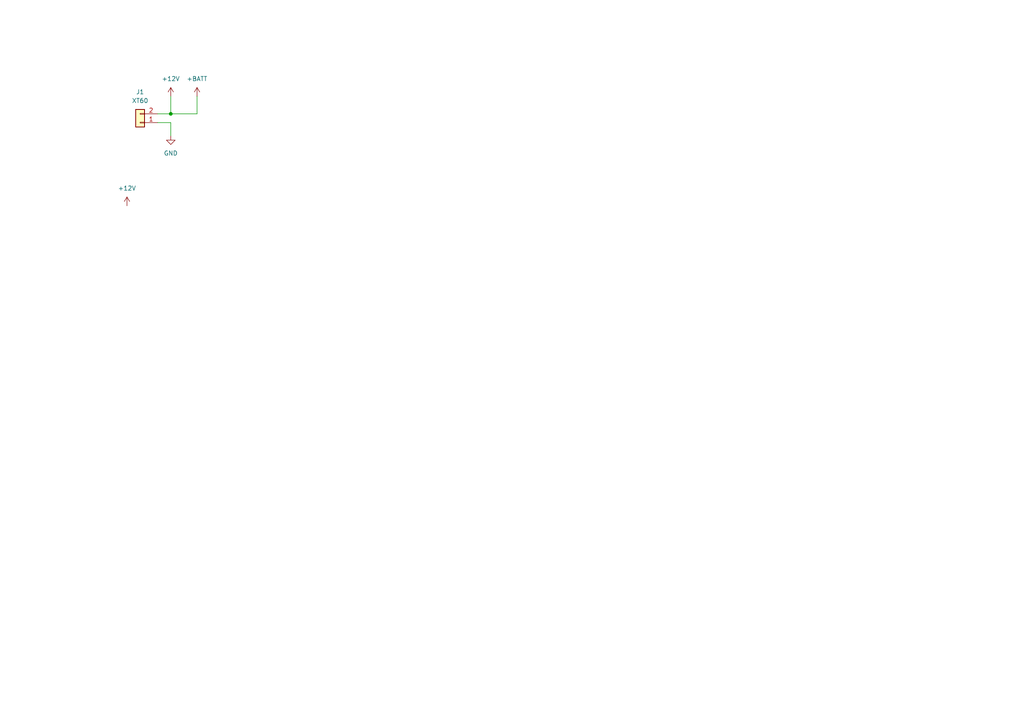
<source format=kicad_sch>
(kicad_sch (version 20230121) (generator eeschema)
  (paper "A4")
  (lib_symbols
    (symbol "Connector_Generic:Conn_01x02" (pin_names (offset 1.016) hide)
      (property "Reference" "J1" (at 0 -8.89 0))
      (property "Value" "XT60" (at 0 -6.35 0))
      (symbol "Conn_01x02_1_1"
        (rectangle (start -1.27 -2.413) (end 0 -2.667) (stroke (width 0.1524)))
        (rectangle (start -1.27 0.127) (end 0 -0.127) (stroke (width 0.1524)))
        (rectangle (start -1.27 1.27) (end 1.27 -3.81) (stroke (width 0.254)) (fill (type background)))
        (pin passive line (at -5.08 0 0) (length 3.81) (name "12V") (number "1"))
        (pin passive line (at -5.08 -2.54 0) (length 3.81) (name "GND") (number "2"))
      )
    )
    (symbol "power:+12V" (power) (pin_names (offset 0))
      (property "Value" "+12V" (at 0 3.556 0))
      (symbol "+12V_0_1"
        (polyline (pts (xy -0.762 1.27) (xy 0 2.54)))
        (polyline (pts (xy 0 0) (xy 0 2.54)))
        (polyline (pts (xy 0 2.54) (xy 0.762 1.27)))
      )
      (symbol "+12V_1_1"
        (pin power_in line (at 0 0 90) (length 0) hide (name "+12V") (number "1"))
      )
    )
    (symbol "power:+BATT" (power) (pin_names (offset 0))
      (property "Value" "+BATT" (at 0 3.556 0))
      (symbol "+BATT_0_1"
        (polyline (pts (xy -0.762 1.27) (xy 0 2.54)))
        (polyline (pts (xy 0 0) (xy 0 2.54)))
        (polyline (pts (xy 0 2.54) (xy 0.762 1.27)))
      )
      (symbol "+BATT_1_1"
        (pin power_in line (at 0 0 90) (length 0) hide (name "+BATT") (number "1"))
      )
    )
    (symbol "power:GND" (power) (pin_names (offset 0))
      (property "Value" "GND" (at 0 -3.81 0))
      (symbol "GND_0_1"
        (polyline (pts (xy 0 0) (xy 0 -1.27) (xy 1.27 -1.27) (xy 0 -2.54) (xy -1.27 -1.27) (xy 0 -1.27)))
      )
      (symbol "GND_1_1"
        (pin power_in line (at 0 0 270) (length 0) hide (name "GND") (number "1"))
      )
    )
  )
  (junction (at 49.53 33.02))
  (wire (pts (xy 49.53 35.56) (xy 49.53 39.37)))
  (wire (pts (xy 57.15 27.94) (xy 57.15 33.02)))
  (wire (pts (xy 45.72 35.56) (xy 49.53 35.56)))
  (wire (pts (xy 49.53 33.02) (xy 49.53 27.94)))
  (wire (pts (xy 45.72 33.02) (xy 49.53 33.02)))
  (wire (pts (xy 57.15 33.02) (xy 49.53 33.02)))
  (symbol (lib_id "power:+BATT") (at 57.15 27.94 0) (unit 1)
    (property "Reference" "#PWR03" (effects hide))
    (property "Value" "+BATT" (at 57.15 22.86 0))
  )
  (symbol (lib_id "power:GND") (at 49.53 39.37 0) (unit 1)
    (property "Reference" "#PWR02" (effects hide))
    (property "Value" "GND" (at 49.53 44.45 0))
  )
  (symbol (lib_id "Connector_Generic:Conn_01x02") (at 40.64 35.56 180) (unit 1)
    (property "Reference" "J1" (at 40.64 26.67 0))
    (property "Value" "XT60" (at 40.64 29.21 0))
    (property "Footprint" "Connector_AMASS:AMASS_XT60PW-M_1x02_P7.20mm_Horizontal" (effects hide))
  )
  (symbol (lib_id "power:+12V") (at 49.53 27.94 0) (unit 1)
    (property "Reference" "#PWR01" (effects hide))
    (property "Value" "+12V" (at 49.53 22.86 0))
  )
  (symbol (lib_id "power:+12V") (at 36.83 59.69 0) (unit 1)
    (property "Reference" "#PWR04" (effects hide))
    (property "Value" "+12V" (at 36.83 54.61 0))
  )
)
</source>
